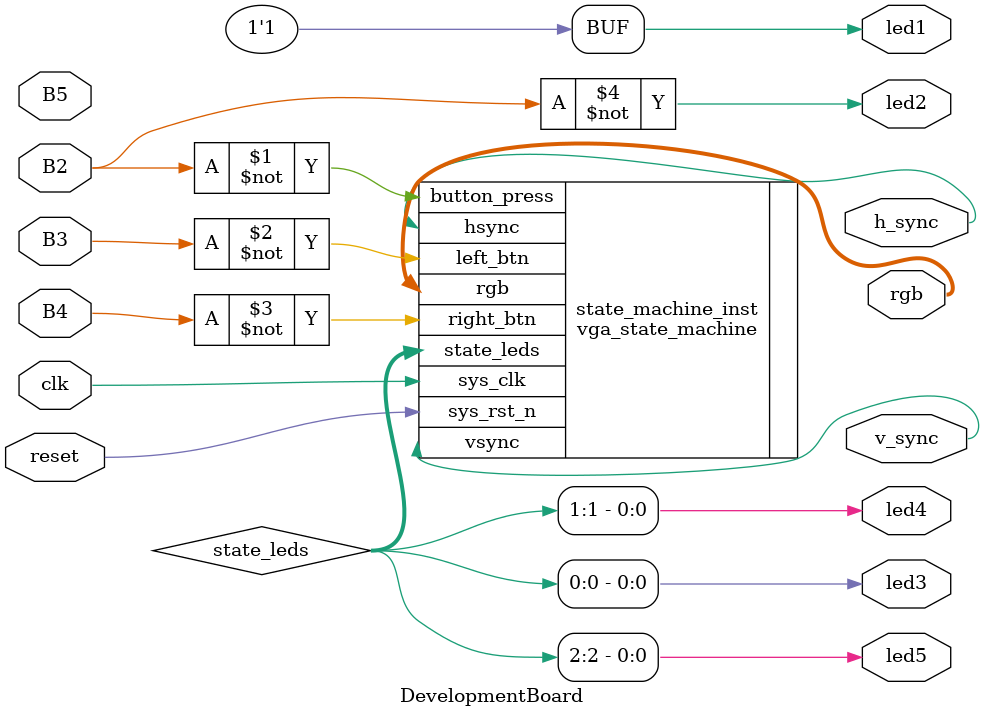
<source format=v>
`timescale 1ns / 1ns

module DevelopmentBoard(
    input  wire        clk,
    input  wire        reset,
    input  wire        B2,       
    input  wire        B3,      
    input  wire        B4,       
    input  wire        B5,
    
    output wire        h_sync,
    output wire        v_sync,
    output wire [15:0] rgb,
    
    output wire        led1,     
    output wire        led2,    
    output wire        led3,    
    output wire        led4, 
    output wire        led5     
);

    wire [2:0] state_leds;


    vga_state_machine state_machine_inst(
        .sys_clk      (clk),
        .sys_rst_n    (reset),
        .button_press (~B2),    
        .left_btn     (~B3),   
        .right_btn    (~B4),    
        .hsync        (h_sync),
        .vsync        (v_sync),
        .rgb          (rgb),
        .state_leds   (state_leds)
    );

  
    assign led1 = 1'b1;                   
    assign led2 = ~B2;                    
    assign led3 = state_leds[0];          
    assign led4 = state_leds[1];          
    assign led5 = state_leds[2];          
endmodule

</source>
